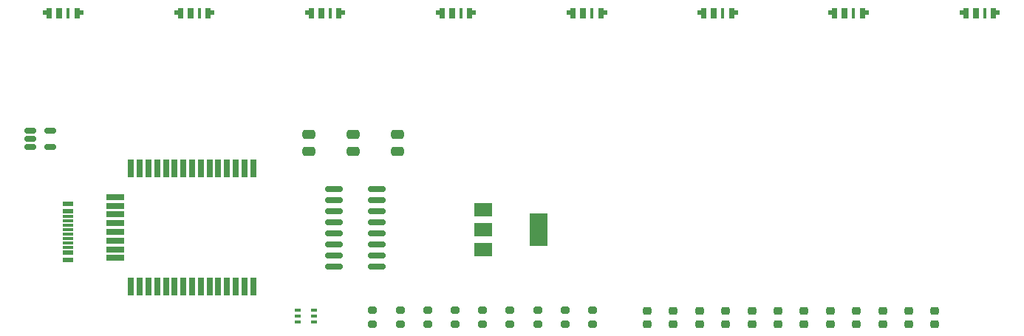
<source format=gtp>
G04 #@! TF.GenerationSoftware,KiCad,Pcbnew,6.0.11*
G04 #@! TF.CreationDate,2023-05-03T19:55:58-07:00*
G04 #@! TF.ProjectId,ldrd,6c647264-2e6b-4696-9361-645f70636258,rev?*
G04 #@! TF.SameCoordinates,Original*
G04 #@! TF.FileFunction,Paste,Top*
G04 #@! TF.FilePolarity,Positive*
%FSLAX46Y46*%
G04 Gerber Fmt 4.6, Leading zero omitted, Abs format (unit mm)*
G04 Created by KiCad (PCBNEW 6.0.11) date 2023-05-03 19:55:58*
%MOMM*%
%LPD*%
G01*
G04 APERTURE LIST*
G04 Aperture macros list*
%AMRoundRect*
0 Rectangle with rounded corners*
0 $1 Rounding radius*
0 $2 $3 $4 $5 $6 $7 $8 $9 X,Y pos of 4 corners*
0 Add a 4 corners polygon primitive as box body*
4,1,4,$2,$3,$4,$5,$6,$7,$8,$9,$2,$3,0*
0 Add four circle primitives for the rounded corners*
1,1,$1+$1,$2,$3*
1,1,$1+$1,$4,$5*
1,1,$1+$1,$6,$7*
1,1,$1+$1,$8,$9*
0 Add four rect primitives between the rounded corners*
20,1,$1+$1,$2,$3,$4,$5,0*
20,1,$1+$1,$4,$5,$6,$7,0*
20,1,$1+$1,$6,$7,$8,$9,0*
20,1,$1+$1,$8,$9,$2,$3,0*%
%AMFreePoly0*
4,1,9,0.500000,-0.675000,-0.050000,-0.675000,-0.050000,-0.275000,-0.500000,-0.275000,-0.500000,0.275000,-0.050000,0.275000,-0.050000,0.525000,0.500000,0.525000,0.500000,-0.675000,0.500000,-0.675000,$1*%
%AMFreePoly1*
4,1,9,0.050000,0.275000,0.500000,0.275000,0.500000,-0.275000,0.050000,-0.275000,0.050000,-0.675000,-0.500000,-0.675000,-0.500000,0.525000,0.050000,0.525000,0.050000,0.275000,0.050000,0.275000,$1*%
G04 Aperture macros list end*
%ADD10RoundRect,0.250000X0.475000X-0.250000X0.475000X0.250000X-0.475000X0.250000X-0.475000X-0.250000X0*%
%ADD11RoundRect,0.225000X0.250000X-0.225000X0.250000X0.225000X-0.250000X0.225000X-0.250000X-0.225000X0*%
%ADD12FreePoly0,0.000000*%
%ADD13R,0.700000X1.200000*%
%ADD14R,0.450000X1.200000*%
%ADD15FreePoly1,0.000000*%
%ADD16RoundRect,0.200000X0.275000X-0.200000X0.275000X0.200000X-0.275000X0.200000X-0.275000X-0.200000X0*%
%ADD17RoundRect,0.200000X-0.275000X0.200000X-0.275000X-0.200000X0.275000X-0.200000X0.275000X0.200000X0*%
%ADD18RoundRect,0.150000X-0.512500X-0.150000X0.512500X-0.150000X0.512500X0.150000X-0.512500X0.150000X0*%
%ADD19RoundRect,0.150000X0.825000X0.150000X-0.825000X0.150000X-0.825000X-0.150000X0.825000X-0.150000X0*%
%ADD20R,0.700000X2.100000*%
%ADD21R,2.100000X0.700000*%
%ADD22R,2.000000X1.500000*%
%ADD23R,2.000000X3.800000*%
%ADD24R,1.150000X0.600000*%
%ADD25R,1.150000X0.300000*%
%ADD26R,0.650000X0.400000*%
G04 APERTURE END LIST*
D10*
X134930000Y-125870000D03*
X134930000Y-123970000D03*
D11*
X203682720Y-145695580D03*
X203682720Y-144145580D03*
D12*
X210000000Y-110000000D03*
D13*
X211350000Y-110075000D03*
D14*
X212375000Y-110075000D03*
D15*
X213600000Y-110000000D03*
D16*
X151699375Y-145745580D03*
X151699375Y-144095580D03*
D11*
X200685448Y-145695580D03*
X200685448Y-144145580D03*
D16*
X167465000Y-145745580D03*
X167465000Y-144095580D03*
X158005625Y-145745580D03*
X158005625Y-144095580D03*
D11*
X206680000Y-145695580D03*
X206680000Y-144145580D03*
X197688176Y-145695580D03*
X197688176Y-144145580D03*
D17*
X142240000Y-144095580D03*
X142240000Y-145745580D03*
D18*
X103002500Y-123510000D03*
X103002500Y-124460000D03*
X103002500Y-125410000D03*
X105277500Y-125410000D03*
X105277500Y-123510000D03*
D19*
X142765000Y-139065000D03*
X142765000Y-137795000D03*
X142765000Y-136525000D03*
X142765000Y-135255000D03*
X142765000Y-133985000D03*
X142765000Y-132715000D03*
X142765000Y-131445000D03*
X142765000Y-130175000D03*
X137815000Y-130175000D03*
X137815000Y-131445000D03*
X137815000Y-132715000D03*
X137815000Y-133985000D03*
X137815000Y-135255000D03*
X137815000Y-136525000D03*
X137815000Y-137795000D03*
X137815000Y-139065000D03*
D12*
X105000000Y-110000000D03*
D13*
X106350000Y-110075000D03*
D14*
X107375000Y-110075000D03*
D15*
X108600000Y-110000000D03*
D10*
X145090000Y-125870000D03*
X145090000Y-123970000D03*
D16*
X164311875Y-145745580D03*
X164311875Y-144095580D03*
D11*
X182701816Y-145695580D03*
X182701816Y-144145580D03*
D12*
X165000000Y-110000000D03*
D13*
X166350000Y-110075000D03*
D14*
X167375000Y-110075000D03*
D15*
X168600000Y-110000000D03*
D12*
X180000000Y-110000000D03*
D13*
X181350000Y-110075000D03*
D14*
X182375000Y-110075000D03*
D15*
X183600000Y-110000000D03*
D10*
X140010000Y-125870000D03*
X140010000Y-123970000D03*
D11*
X185699088Y-145695580D03*
X185699088Y-144145580D03*
X191693632Y-145695580D03*
X191693632Y-144145580D03*
D16*
X148546250Y-145745580D03*
X148546250Y-144095580D03*
X154852500Y-145745580D03*
X154852500Y-144095580D03*
X145393125Y-145745580D03*
X145393125Y-144095580D03*
D11*
X179704544Y-145695580D03*
X179704544Y-144145580D03*
X176707272Y-145695580D03*
X176707272Y-144145580D03*
D12*
X135000000Y-110000000D03*
D13*
X136350000Y-110075000D03*
D14*
X137375000Y-110075000D03*
D15*
X138600000Y-110000000D03*
D11*
X194690904Y-145695580D03*
X194690904Y-144145580D03*
D12*
X120000000Y-110000000D03*
D13*
X121350000Y-110075000D03*
D14*
X122375000Y-110075000D03*
D15*
X123600000Y-110000000D03*
D20*
X128557500Y-127820000D03*
X127557500Y-127820000D03*
X126557500Y-127820000D03*
X125557500Y-127820000D03*
X124557500Y-127820000D03*
X123557500Y-127820000D03*
X122557500Y-127820000D03*
X121557500Y-127820000D03*
X120557500Y-127820000D03*
X119557500Y-127820000D03*
X118557500Y-127820000D03*
X117557500Y-127820000D03*
X116557500Y-127820000D03*
X115557500Y-127820000D03*
X114557500Y-127820000D03*
D21*
X112757500Y-131120000D03*
X112757500Y-132120000D03*
X112757500Y-133120000D03*
X112757500Y-134120000D03*
X112757500Y-135120000D03*
X112757500Y-136120000D03*
X112757500Y-137120000D03*
X112757500Y-138120000D03*
D20*
X114557500Y-141420000D03*
X115557500Y-141420000D03*
X116557500Y-141420000D03*
X117557500Y-141420000D03*
X118557500Y-141420000D03*
X119557500Y-141420000D03*
X120557500Y-141420000D03*
X121557500Y-141420000D03*
X122557500Y-141420000D03*
X123557500Y-141420000D03*
X124557500Y-141420000D03*
X125557500Y-141420000D03*
X126557500Y-141420000D03*
X127557500Y-141420000D03*
X128557500Y-141420000D03*
D16*
X161158750Y-145745580D03*
X161158750Y-144095580D03*
D12*
X150000000Y-110000000D03*
D13*
X151350000Y-110075000D03*
D14*
X152375000Y-110075000D03*
D15*
X153600000Y-110000000D03*
D22*
X154940000Y-132560000D03*
X154940000Y-134860000D03*
D23*
X161240000Y-134860000D03*
D22*
X154940000Y-137160000D03*
D12*
X195000000Y-110000000D03*
D13*
X196350000Y-110075000D03*
D14*
X197375000Y-110075000D03*
D15*
X198600000Y-110000000D03*
D11*
X173710000Y-145695580D03*
X173710000Y-144145580D03*
X188696360Y-145695580D03*
X188696360Y-144145580D03*
D24*
X107360000Y-131920000D03*
X107360000Y-132720000D03*
D25*
X107360000Y-133870000D03*
X107360000Y-134870000D03*
X107360000Y-135370000D03*
X107360000Y-136370000D03*
D24*
X107360000Y-137520000D03*
X107360000Y-138320000D03*
D25*
X107360000Y-136870000D03*
X107360000Y-135870000D03*
X107360000Y-134370000D03*
X107360000Y-133370000D03*
D26*
X133670000Y-144130000D03*
X133670000Y-144780000D03*
X133670000Y-145430000D03*
X135570000Y-145430000D03*
X135570000Y-144780000D03*
X135570000Y-144130000D03*
M02*

</source>
